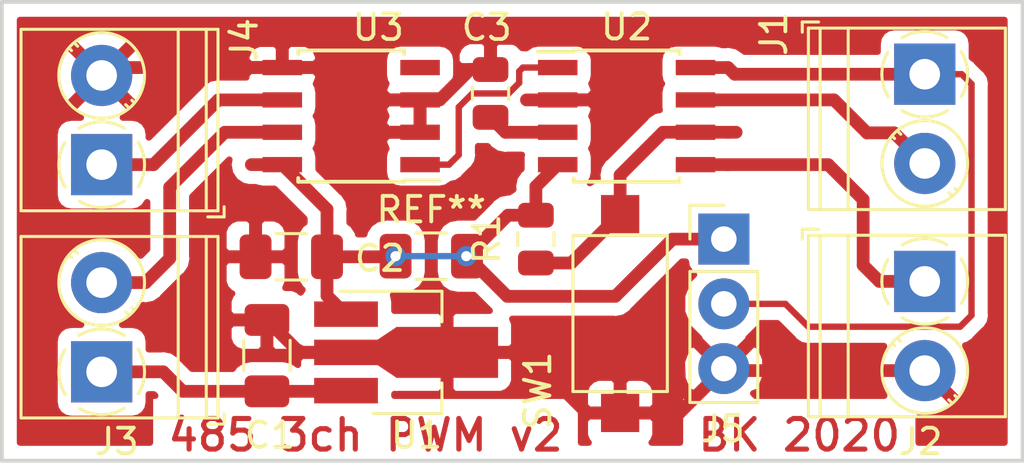
<source format=kicad_pcb>
(kicad_pcb (version 20171130) (host pcbnew 5.0.2-bee76a0~70~ubuntu16.04.1)

  (general
    (thickness 1.6)
    (drawings 6)
    (tracks 100)
    (zones 0)
    (modules 14)
    (nets 12)
  )

  (page User 210.007 148.006)
  (layers
    (0 F.Cu signal)
    (31 B.Cu signal)
    (32 B.Adhes user)
    (33 F.Adhes user)
    (34 B.Paste user)
    (35 F.Paste user)
    (36 B.SilkS user)
    (37 F.SilkS user)
    (38 B.Mask user)
    (39 F.Mask user)
    (40 Dwgs.User user)
    (41 Cmts.User user)
    (42 Eco1.User user)
    (43 Eco2.User user)
    (44 Edge.Cuts user)
    (45 Margin user)
    (46 B.CrtYd user)
    (47 F.CrtYd user)
    (48 B.Fab user)
    (49 F.Fab user)
  )

  (setup
    (last_trace_width 0.5)
    (user_trace_width 0.25)
    (user_trace_width 0.5)
    (trace_clearance 0.3)
    (zone_clearance 0.508)
    (zone_45_only no)
    (trace_min 0.2)
    (segment_width 0.2)
    (edge_width 0.15)
    (via_size 0.8)
    (via_drill 0.4)
    (via_min_size 0.4)
    (via_min_drill 0.3)
    (uvia_size 0.3)
    (uvia_drill 0.1)
    (uvias_allowed no)
    (uvia_min_size 0.2)
    (uvia_min_drill 0.1)
    (pcb_text_width 0.3)
    (pcb_text_size 1.5 1.5)
    (mod_edge_width 0.15)
    (mod_text_size 1 1)
    (mod_text_width 0.15)
    (pad_size 2 2)
    (pad_drill 1)
    (pad_to_mask_clearance 0.051)
    (solder_mask_min_width 0.25)
    (aux_axis_origin 0 0)
    (visible_elements FFFFFF7F)
    (pcbplotparams
      (layerselection 0x00000_7fffffff)
      (usegerberextensions false)
      (usegerberattributes false)
      (usegerberadvancedattributes false)
      (creategerberjobfile false)
      (excludeedgelayer false)
      (linewidth 0.100000)
      (plotframeref false)
      (viasonmask false)
      (mode 1)
      (useauxorigin false)
      (hpglpennumber 1)
      (hpglpenspeed 20)
      (hpglpendiameter 15.000000)
      (psnegative false)
      (psa4output false)
      (plotreference false)
      (plotvalue false)
      (plotinvisibletext false)
      (padsonsilk true)
      (subtractmaskfromsilk false)
      (outputformat 4)
      (mirror true)
      (drillshape 1)
      (scaleselection 1)
      (outputdirectory ""))
  )

  (net 0 "")
  (net 1 GND)
  (net 2 VCC)
  (net 3 +5V)
  (net 4 "Net-(C3-Pad1)")
  (net 5 /PWM1)
  (net 6 /SWIM_PWM2)
  (net 7 /BTN)
  (net 8 /PWM3)
  (net 9 /485_Rx)
  (net 10 /A)
  (net 11 /B)

  (net_class Default "This is the default net class."
    (clearance 0.3)
    (trace_width 0.5)
    (via_dia 0.8)
    (via_drill 0.4)
    (uvia_dia 0.3)
    (uvia_drill 0.1)
    (add_net +5V)
    (add_net /485_Rx)
    (add_net /A)
    (add_net /B)
    (add_net /BTN)
    (add_net /PWM1)
    (add_net /PWM3)
    (add_net /SWIM_PWM2)
    (add_net GND)
    (add_net "Net-(C3-Pad1)")
    (add_net VCC)
  )

  (module KiCad/kicad-footprints/Capacitor_SMD.pretty:C_1206_3216Metric (layer F.Cu) (tedit 5B301BBE) (tstamp 5FB4CD07)
    (at 87.386 65.878 90)
    (descr "Capacitor SMD 1206 (3216 Metric), square (rectangular) end terminal, IPC_7351 nominal, (Body size source: http://www.tortai-tech.com/upload/download/2011102023233369053.pdf), generated with kicad-footprint-generator")
    (tags capacitor)
    (path /5FB3C824)
    (attr smd)
    (fp_text reference C1 (at -3.122 0.114 180) (layer F.SilkS)
      (effects (font (size 1 1) (thickness 0.15)))
    )
    (fp_text value 10u (at 0 1.82 90) (layer F.Fab)
      (effects (font (size 1 1) (thickness 0.15)))
    )
    (fp_text user %R (at 0 0 90) (layer F.Fab)
      (effects (font (size 0.8 0.8) (thickness 0.12)))
    )
    (fp_line (start 2.28 1.12) (end -2.28 1.12) (layer F.CrtYd) (width 0.05))
    (fp_line (start 2.28 -1.12) (end 2.28 1.12) (layer F.CrtYd) (width 0.05))
    (fp_line (start -2.28 -1.12) (end 2.28 -1.12) (layer F.CrtYd) (width 0.05))
    (fp_line (start -2.28 1.12) (end -2.28 -1.12) (layer F.CrtYd) (width 0.05))
    (fp_line (start -0.602064 0.91) (end 0.602064 0.91) (layer F.SilkS) (width 0.12))
    (fp_line (start -0.602064 -0.91) (end 0.602064 -0.91) (layer F.SilkS) (width 0.12))
    (fp_line (start 1.6 0.8) (end -1.6 0.8) (layer F.Fab) (width 0.1))
    (fp_line (start 1.6 -0.8) (end 1.6 0.8) (layer F.Fab) (width 0.1))
    (fp_line (start -1.6 -0.8) (end 1.6 -0.8) (layer F.Fab) (width 0.1))
    (fp_line (start -1.6 0.8) (end -1.6 -0.8) (layer F.Fab) (width 0.1))
    (pad 2 smd roundrect (at 1.4 0 90) (size 1.25 1.75) (layers F.Cu F.Paste F.Mask) (roundrect_rratio 0.2)
      (net 1 GND))
    (pad 1 smd roundrect (at -1.4 0 90) (size 1.25 1.75) (layers F.Cu F.Paste F.Mask) (roundrect_rratio 0.2)
      (net 2 VCC))
    (model ${KISYS3DMOD}/Capacitor_SMD.3dshapes/C_1206_3216Metric.wrl
      (at (xyz 0 0 0))
      (scale (xyz 1 1 1))
      (rotate (xyz 0 0 0))
    )
  )

  (module KiCad/kicad-footprints/Capacitor_SMD.pretty:C_1206_3216Metric (layer F.Cu) (tedit 5B301BBE) (tstamp 5FB4CD18)
    (at 88.3412 62 180)
    (descr "Capacitor SMD 1206 (3216 Metric), square (rectangular) end terminal, IPC_7351 nominal, (Body size source: http://www.tortai-tech.com/upload/download/2011102023233369053.pdf), generated with kicad-footprint-generator")
    (tags capacitor)
    (path /5FB3C81D)
    (attr smd)
    (fp_text reference C2 (at -3.471 -0.063 180) (layer F.SilkS)
      (effects (font (size 1 1) (thickness 0.15)))
    )
    (fp_text value 10u (at 0 1.82 180) (layer F.Fab)
      (effects (font (size 1 1) (thickness 0.15)))
    )
    (fp_line (start -1.6 0.8) (end -1.6 -0.8) (layer F.Fab) (width 0.1))
    (fp_line (start -1.6 -0.8) (end 1.6 -0.8) (layer F.Fab) (width 0.1))
    (fp_line (start 1.6 -0.8) (end 1.6 0.8) (layer F.Fab) (width 0.1))
    (fp_line (start 1.6 0.8) (end -1.6 0.8) (layer F.Fab) (width 0.1))
    (fp_line (start -0.602064 -0.91) (end 0.602064 -0.91) (layer F.SilkS) (width 0.12))
    (fp_line (start -0.602064 0.91) (end 0.602064 0.91) (layer F.SilkS) (width 0.12))
    (fp_line (start -2.28 1.12) (end -2.28 -1.12) (layer F.CrtYd) (width 0.05))
    (fp_line (start -2.28 -1.12) (end 2.28 -1.12) (layer F.CrtYd) (width 0.05))
    (fp_line (start 2.28 -1.12) (end 2.28 1.12) (layer F.CrtYd) (width 0.05))
    (fp_line (start 2.28 1.12) (end -2.28 1.12) (layer F.CrtYd) (width 0.05))
    (fp_text user %R (at 0 0 180) (layer F.Fab)
      (effects (font (size 0.8 0.8) (thickness 0.12)))
    )
    (pad 1 smd roundrect (at -1.4 0 180) (size 1.25 1.75) (layers F.Cu F.Paste F.Mask) (roundrect_rratio 0.2)
      (net 3 +5V))
    (pad 2 smd roundrect (at 1.4 0 180) (size 1.25 1.75) (layers F.Cu F.Paste F.Mask) (roundrect_rratio 0.2)
      (net 1 GND))
    (model ${KISYS3DMOD}/Capacitor_SMD.3dshapes/C_1206_3216Metric.wrl
      (at (xyz 0 0 0))
      (scale (xyz 1 1 1))
      (rotate (xyz 0 0 0))
    )
  )

  (module KiCad/kicad-footprints/Capacitor_SMD.pretty:C_0805_2012Metric (layer F.Cu) (tedit 5B36C52B) (tstamp 5FB4CD29)
    (at 96.149 55.591 90)
    (descr "Capacitor SMD 0805 (2012 Metric), square (rectangular) end terminal, IPC_7351 nominal, (Body size source: https://docs.google.com/spreadsheets/d/1BsfQQcO9C6DZCsRaXUlFlo91Tg2WpOkGARC1WS5S8t0/edit?usp=sharing), generated with kicad-footprint-generator")
    (tags capacitor)
    (path /5FB3C77A)
    (attr smd)
    (fp_text reference C3 (at 2.591 -0.149 180) (layer F.SilkS)
      (effects (font (size 1 1) (thickness 0.15)))
    )
    (fp_text value 1u (at 0 1.65 90) (layer F.Fab)
      (effects (font (size 1 1) (thickness 0.15)))
    )
    (fp_line (start -1 0.6) (end -1 -0.6) (layer F.Fab) (width 0.1))
    (fp_line (start -1 -0.6) (end 1 -0.6) (layer F.Fab) (width 0.1))
    (fp_line (start 1 -0.6) (end 1 0.6) (layer F.Fab) (width 0.1))
    (fp_line (start 1 0.6) (end -1 0.6) (layer F.Fab) (width 0.1))
    (fp_line (start -0.258578 -0.71) (end 0.258578 -0.71) (layer F.SilkS) (width 0.12))
    (fp_line (start -0.258578 0.71) (end 0.258578 0.71) (layer F.SilkS) (width 0.12))
    (fp_line (start -1.68 0.95) (end -1.68 -0.95) (layer F.CrtYd) (width 0.05))
    (fp_line (start -1.68 -0.95) (end 1.68 -0.95) (layer F.CrtYd) (width 0.05))
    (fp_line (start 1.68 -0.95) (end 1.68 0.95) (layer F.CrtYd) (width 0.05))
    (fp_line (start 1.68 0.95) (end -1.68 0.95) (layer F.CrtYd) (width 0.05))
    (fp_text user %R (at 0 0 90) (layer F.Fab)
      (effects (font (size 0.5 0.5) (thickness 0.08)))
    )
    (pad 1 smd roundrect (at -0.9375 0 90) (size 0.975 1.4) (layers F.Cu F.Paste F.Mask) (roundrect_rratio 0.25)
      (net 4 "Net-(C3-Pad1)"))
    (pad 2 smd roundrect (at 0.9375 0 90) (size 0.975 1.4) (layers F.Cu F.Paste F.Mask) (roundrect_rratio 0.25)
      (net 1 GND))
    (model ${KISYS3DMOD}/Capacitor_SMD.3dshapes/C_0805_2012Metric.wrl
      (at (xyz 0 0 0))
      (scale (xyz 1 1 1))
      (rotate (xyz 0 0 0))
    )
  )

  (module KiCad/kicad-footprints/TerminalBlock_Phoenix.pretty:TerminalBlock_Phoenix_PT-1,5-2-3.5-H_1x02_P3.50mm_Horizontal (layer F.Cu) (tedit 5B294F3F) (tstamp 5FB4DFEA)
    (at 113.167 54.837 270)
    (descr "Terminal Block Phoenix PT-1,5-2-3.5-H, 2 pins, pitch 3.5mm, size 7x7.6mm^2, drill diamater 1.2mm, pad diameter 2.4mm, see , script-generated using https://github.com/pointhi/kicad-footprint-generator/scripts/TerminalBlock_Phoenix")
    (tags "THT Terminal Block Phoenix PT-1,5-2-3.5-H pitch 3.5mm size 7x7.6mm^2 drill 1.2mm pad 2.4mm")
    (path /5FB482CA)
    (fp_text reference J1 (at -1.587 5.917 270) (layer F.SilkS)
      (effects (font (size 1 1) (thickness 0.15)))
    )
    (fp_text value PWM1 (at 1.75 5.56 270) (layer F.Fab)
      (effects (font (size 1 1) (thickness 0.15)))
    )
    (fp_arc (start 0 0) (end 0 1.68) (angle -32) (layer F.SilkS) (width 0.12))
    (fp_arc (start 0 0) (end 1.425 0.891) (angle -64) (layer F.SilkS) (width 0.12))
    (fp_arc (start 0 0) (end 0.866 -1.44) (angle -63) (layer F.SilkS) (width 0.12))
    (fp_arc (start 0 0) (end -1.44 -0.866) (angle -63) (layer F.SilkS) (width 0.12))
    (fp_arc (start 0 0) (end -0.866 1.44) (angle -32) (layer F.SilkS) (width 0.12))
    (fp_circle (center 0 0) (end 1.5 0) (layer F.Fab) (width 0.1))
    (fp_circle (center 3.5 0) (end 5 0) (layer F.Fab) (width 0.1))
    (fp_circle (center 3.5 0) (end 5.18 0) (layer F.SilkS) (width 0.12))
    (fp_line (start -1.75 -3.1) (end 5.25 -3.1) (layer F.Fab) (width 0.1))
    (fp_line (start 5.25 -3.1) (end 5.25 4.5) (layer F.Fab) (width 0.1))
    (fp_line (start 5.25 4.5) (end -1.35 4.5) (layer F.Fab) (width 0.1))
    (fp_line (start -1.35 4.5) (end -1.75 4.1) (layer F.Fab) (width 0.1))
    (fp_line (start -1.75 4.1) (end -1.75 -3.1) (layer F.Fab) (width 0.1))
    (fp_line (start -1.75 4.1) (end 5.25 4.1) (layer F.Fab) (width 0.1))
    (fp_line (start -1.81 4.1) (end 5.31 4.1) (layer F.SilkS) (width 0.12))
    (fp_line (start -1.75 3) (end 5.25 3) (layer F.Fab) (width 0.1))
    (fp_line (start -1.81 3) (end 5.31 3) (layer F.SilkS) (width 0.12))
    (fp_line (start -1.81 -3.16) (end 5.31 -3.16) (layer F.SilkS) (width 0.12))
    (fp_line (start -1.81 4.56) (end 5.31 4.56) (layer F.SilkS) (width 0.12))
    (fp_line (start -1.81 -3.16) (end -1.81 4.56) (layer F.SilkS) (width 0.12))
    (fp_line (start 5.31 -3.16) (end 5.31 4.56) (layer F.SilkS) (width 0.12))
    (fp_line (start 1.138 -0.955) (end -0.955 1.138) (layer F.Fab) (width 0.1))
    (fp_line (start 0.955 -1.138) (end -1.138 0.955) (layer F.Fab) (width 0.1))
    (fp_line (start 4.638 -0.955) (end 2.546 1.138) (layer F.Fab) (width 0.1))
    (fp_line (start 4.455 -1.138) (end 2.363 0.955) (layer F.Fab) (width 0.1))
    (fp_line (start 4.775 -1.069) (end 4.646 -0.941) (layer F.SilkS) (width 0.12))
    (fp_line (start 2.525 1.181) (end 2.431 1.274) (layer F.SilkS) (width 0.12))
    (fp_line (start 4.57 -1.275) (end 4.476 -1.181) (layer F.SilkS) (width 0.12))
    (fp_line (start 2.355 0.941) (end 2.226 1.069) (layer F.SilkS) (width 0.12))
    (fp_line (start -2.05 4.16) (end -2.05 4.8) (layer F.SilkS) (width 0.12))
    (fp_line (start -2.05 4.8) (end -1.65 4.8) (layer F.SilkS) (width 0.12))
    (fp_line (start -2.25 -3.6) (end -2.25 5) (layer F.CrtYd) (width 0.05))
    (fp_line (start -2.25 5) (end 5.75 5) (layer F.CrtYd) (width 0.05))
    (fp_line (start 5.75 5) (end 5.75 -3.6) (layer F.CrtYd) (width 0.05))
    (fp_line (start 5.75 -3.6) (end -2.25 -3.6) (layer F.CrtYd) (width 0.05))
    (fp_text user %R (at 1.75 2.4 270) (layer F.Fab)
      (effects (font (size 1 1) (thickness 0.15)))
    )
    (pad 1 thru_hole rect (at 0 0 270) (size 2.4 2.4) (drill 1.2) (layers *.Cu *.Mask)
      (net 6 /SWIM_PWM2))
    (pad 2 thru_hole circle (at 3.5 0 270) (size 2.4 2.4) (drill 1.2) (layers *.Cu *.Mask)
      (net 5 /PWM1))
    (model ${KISYS3DMOD}/TerminalBlock_Phoenix.3dshapes/TerminalBlock_Phoenix_PT-1,5-2-3.5-H_1x02_P3.50mm_Horizontal.wrl
      (at (xyz 0 0 0))
      (scale (xyz 1 1 1))
      (rotate (xyz 0 0 0))
    )
  )

  (module KiCad/kicad-footprints/TerminalBlock_Phoenix.pretty:TerminalBlock_Phoenix_PT-1,5-2-3.5-H_1x02_P3.50mm_Horizontal (layer F.Cu) (tedit 5B294F3F) (tstamp 5FB4E06B)
    (at 113.167 62.965 270)
    (descr "Terminal Block Phoenix PT-1,5-2-3.5-H, 2 pins, pitch 3.5mm, size 7x7.6mm^2, drill diamater 1.2mm, pad diameter 2.4mm, see , script-generated using https://github.com/pointhi/kicad-footprint-generator/scripts/TerminalBlock_Phoenix")
    (tags "THT Terminal Block Phoenix PT-1,5-2-3.5-H pitch 3.5mm size 7x7.6mm^2 drill 1.2mm pad 2.4mm")
    (path /5FB48374)
    (fp_text reference J2 (at 6.285 0.167) (layer F.SilkS)
      (effects (font (size 1 1) (thickness 0.15)))
    )
    (fp_text value PWM2 (at 1.75 5.56 270) (layer F.Fab)
      (effects (font (size 1 1) (thickness 0.15)))
    )
    (fp_text user %R (at 1.75 2.4 270) (layer F.Fab)
      (effects (font (size 1 1) (thickness 0.15)))
    )
    (fp_line (start 5.75 -3.6) (end -2.25 -3.6) (layer F.CrtYd) (width 0.05))
    (fp_line (start 5.75 5) (end 5.75 -3.6) (layer F.CrtYd) (width 0.05))
    (fp_line (start -2.25 5) (end 5.75 5) (layer F.CrtYd) (width 0.05))
    (fp_line (start -2.25 -3.6) (end -2.25 5) (layer F.CrtYd) (width 0.05))
    (fp_line (start -2.05 4.8) (end -1.65 4.8) (layer F.SilkS) (width 0.12))
    (fp_line (start -2.05 4.16) (end -2.05 4.8) (layer F.SilkS) (width 0.12))
    (fp_line (start 2.355 0.941) (end 2.226 1.069) (layer F.SilkS) (width 0.12))
    (fp_line (start 4.57 -1.275) (end 4.476 -1.181) (layer F.SilkS) (width 0.12))
    (fp_line (start 2.525 1.181) (end 2.431 1.274) (layer F.SilkS) (width 0.12))
    (fp_line (start 4.775 -1.069) (end 4.646 -0.941) (layer F.SilkS) (width 0.12))
    (fp_line (start 4.455 -1.138) (end 2.363 0.955) (layer F.Fab) (width 0.1))
    (fp_line (start 4.638 -0.955) (end 2.546 1.138) (layer F.Fab) (width 0.1))
    (fp_line (start 0.955 -1.138) (end -1.138 0.955) (layer F.Fab) (width 0.1))
    (fp_line (start 1.138 -0.955) (end -0.955 1.138) (layer F.Fab) (width 0.1))
    (fp_line (start 5.31 -3.16) (end 5.31 4.56) (layer F.SilkS) (width 0.12))
    (fp_line (start -1.81 -3.16) (end -1.81 4.56) (layer F.SilkS) (width 0.12))
    (fp_line (start -1.81 4.56) (end 5.31 4.56) (layer F.SilkS) (width 0.12))
    (fp_line (start -1.81 -3.16) (end 5.31 -3.16) (layer F.SilkS) (width 0.12))
    (fp_line (start -1.81 3) (end 5.31 3) (layer F.SilkS) (width 0.12))
    (fp_line (start -1.75 3) (end 5.25 3) (layer F.Fab) (width 0.1))
    (fp_line (start -1.81 4.1) (end 5.31 4.1) (layer F.SilkS) (width 0.12))
    (fp_line (start -1.75 4.1) (end 5.25 4.1) (layer F.Fab) (width 0.1))
    (fp_line (start -1.75 4.1) (end -1.75 -3.1) (layer F.Fab) (width 0.1))
    (fp_line (start -1.35 4.5) (end -1.75 4.1) (layer F.Fab) (width 0.1))
    (fp_line (start 5.25 4.5) (end -1.35 4.5) (layer F.Fab) (width 0.1))
    (fp_line (start 5.25 -3.1) (end 5.25 4.5) (layer F.Fab) (width 0.1))
    (fp_line (start -1.75 -3.1) (end 5.25 -3.1) (layer F.Fab) (width 0.1))
    (fp_circle (center 3.5 0) (end 5.18 0) (layer F.SilkS) (width 0.12))
    (fp_circle (center 3.5 0) (end 5 0) (layer F.Fab) (width 0.1))
    (fp_circle (center 0 0) (end 1.5 0) (layer F.Fab) (width 0.1))
    (fp_arc (start 0 0) (end -0.866 1.44) (angle -32) (layer F.SilkS) (width 0.12))
    (fp_arc (start 0 0) (end -1.44 -0.866) (angle -63) (layer F.SilkS) (width 0.12))
    (fp_arc (start 0 0) (end 0.866 -1.44) (angle -63) (layer F.SilkS) (width 0.12))
    (fp_arc (start 0 0) (end 1.425 0.891) (angle -64) (layer F.SilkS) (width 0.12))
    (fp_arc (start 0 0) (end 0 1.68) (angle -32) (layer F.SilkS) (width 0.12))
    (pad 2 thru_hole circle (at 3.5 0 270) (size 2.4 2.4) (drill 1.2) (layers *.Cu *.Mask)
      (net 1 GND))
    (pad 1 thru_hole rect (at 0 0 270) (size 2.4 2.4) (drill 1.2) (layers *.Cu *.Mask)
      (net 8 /PWM3))
    (model ${KISYS3DMOD}/TerminalBlock_Phoenix.3dshapes/TerminalBlock_Phoenix_PT-1,5-2-3.5-H_1x02_P3.50mm_Horizontal.wrl
      (at (xyz 0 0 0))
      (scale (xyz 1 1 1))
      (rotate (xyz 0 0 0))
    )
  )

  (module KiCad/kicad-footprints/TerminalBlock_Phoenix.pretty:TerminalBlock_Phoenix_PT-1,5-2-3.5-H_1x02_P3.50mm_Horizontal (layer F.Cu) (tedit 5B294F3F) (tstamp 5FB4CDA7)
    (at 80.909 66.513 90)
    (descr "Terminal Block Phoenix PT-1,5-2-3.5-H, 2 pins, pitch 3.5mm, size 7x7.6mm^2, drill diamater 1.2mm, pad diameter 2.4mm, see , script-generated using https://github.com/pointhi/kicad-footprint-generator/scripts/TerminalBlock_Phoenix")
    (tags "THT Terminal Block Phoenix PT-1,5-2-3.5-H pitch 3.5mm size 7x7.6mm^2 drill 1.2mm pad 2.4mm")
    (path /5FB47751)
    (fp_text reference J3 (at -2.737 0.591 180) (layer F.SilkS)
      (effects (font (size 1 1) (thickness 0.15)))
    )
    (fp_text value In1 (at 1.75 5.56 90) (layer F.Fab)
      (effects (font (size 1 1) (thickness 0.15)))
    )
    (fp_arc (start 0 0) (end 0 1.68) (angle -32) (layer F.SilkS) (width 0.12))
    (fp_arc (start 0 0) (end 1.425 0.891) (angle -64) (layer F.SilkS) (width 0.12))
    (fp_arc (start 0 0) (end 0.866 -1.44) (angle -63) (layer F.SilkS) (width 0.12))
    (fp_arc (start 0 0) (end -1.44 -0.866) (angle -63) (layer F.SilkS) (width 0.12))
    (fp_arc (start 0 0) (end -0.866 1.44) (angle -32) (layer F.SilkS) (width 0.12))
    (fp_circle (center 0 0) (end 1.5 0) (layer F.Fab) (width 0.1))
    (fp_circle (center 3.5 0) (end 5 0) (layer F.Fab) (width 0.1))
    (fp_circle (center 3.5 0) (end 5.18 0) (layer F.SilkS) (width 0.12))
    (fp_line (start -1.75 -3.1) (end 5.25 -3.1) (layer F.Fab) (width 0.1))
    (fp_line (start 5.25 -3.1) (end 5.25 4.5) (layer F.Fab) (width 0.1))
    (fp_line (start 5.25 4.5) (end -1.35 4.5) (layer F.Fab) (width 0.1))
    (fp_line (start -1.35 4.5) (end -1.75 4.1) (layer F.Fab) (width 0.1))
    (fp_line (start -1.75 4.1) (end -1.75 -3.1) (layer F.Fab) (width 0.1))
    (fp_line (start -1.75 4.1) (end 5.25 4.1) (layer F.Fab) (width 0.1))
    (fp_line (start -1.81 4.1) (end 5.31 4.1) (layer F.SilkS) (width 0.12))
    (fp_line (start -1.75 3) (end 5.25 3) (layer F.Fab) (width 0.1))
    (fp_line (start -1.81 3) (end 5.31 3) (layer F.SilkS) (width 0.12))
    (fp_line (start -1.81 -3.16) (end 5.31 -3.16) (layer F.SilkS) (width 0.12))
    (fp_line (start -1.81 4.56) (end 5.31 4.56) (layer F.SilkS) (width 0.12))
    (fp_line (start -1.81 -3.16) (end -1.81 4.56) (layer F.SilkS) (width 0.12))
    (fp_line (start 5.31 -3.16) (end 5.31 4.56) (layer F.SilkS) (width 0.12))
    (fp_line (start 1.138 -0.955) (end -0.955 1.138) (layer F.Fab) (width 0.1))
    (fp_line (start 0.955 -1.138) (end -1.138 0.955) (layer F.Fab) (width 0.1))
    (fp_line (start 4.638 -0.955) (end 2.546 1.138) (layer F.Fab) (width 0.1))
    (fp_line (start 4.455 -1.138) (end 2.363 0.955) (layer F.Fab) (width 0.1))
    (fp_line (start 4.775 -1.069) (end 4.646 -0.941) (layer F.SilkS) (width 0.12))
    (fp_line (start 2.525 1.181) (end 2.431 1.274) (layer F.SilkS) (width 0.12))
    (fp_line (start 4.57 -1.275) (end 4.476 -1.181) (layer F.SilkS) (width 0.12))
    (fp_line (start 2.355 0.941) (end 2.226 1.069) (layer F.SilkS) (width 0.12))
    (fp_line (start -2.05 4.16) (end -2.05 4.8) (layer F.SilkS) (width 0.12))
    (fp_line (start -2.05 4.8) (end -1.65 4.8) (layer F.SilkS) (width 0.12))
    (fp_line (start -2.25 -3.6) (end -2.25 5) (layer F.CrtYd) (width 0.05))
    (fp_line (start -2.25 5) (end 5.75 5) (layer F.CrtYd) (width 0.05))
    (fp_line (start 5.75 5) (end 5.75 -3.6) (layer F.CrtYd) (width 0.05))
    (fp_line (start 5.75 -3.6) (end -2.25 -3.6) (layer F.CrtYd) (width 0.05))
    (fp_text user %R (at 1.75 2.4 90) (layer F.Fab)
      (effects (font (size 1 1) (thickness 0.15)))
    )
    (pad 1 thru_hole rect (at 0 0 90) (size 2.4 2.4) (drill 1.2) (layers *.Cu *.Mask)
      (net 2 VCC))
    (pad 2 thru_hole circle (at 3.5 0 90) (size 2.4 2.4) (drill 1.2) (layers *.Cu *.Mask)
      (net 11 /B))
    (model ${KISYS3DMOD}/TerminalBlock_Phoenix.3dshapes/TerminalBlock_Phoenix_PT-1,5-2-3.5-H_1x02_P3.50mm_Horizontal.wrl
      (at (xyz 0 0 0))
      (scale (xyz 1 1 1))
      (rotate (xyz 0 0 0))
    )
  )

  (module KiCad/kicad-footprints/TerminalBlock_Phoenix.pretty:TerminalBlock_Phoenix_PT-1,5-2-3.5-H_1x02_P3.50mm_Horizontal (layer F.Cu) (tedit 5B294F3F) (tstamp 5FB4CDD1)
    (at 80.909 58.385 90)
    (descr "Terminal Block Phoenix PT-1,5-2-3.5-H, 2 pins, pitch 3.5mm, size 7x7.6mm^2, drill diamater 1.2mm, pad diameter 2.4mm, see , script-generated using https://github.com/pointhi/kicad-footprint-generator/scripts/TerminalBlock_Phoenix")
    (tags "THT Terminal Block Phoenix PT-1,5-2-3.5-H pitch 3.5mm size 7x7.6mm^2 drill 1.2mm pad 2.4mm")
    (path /5FB48142)
    (fp_text reference J4 (at 4.885 5.591 90) (layer F.SilkS)
      (effects (font (size 1 1) (thickness 0.15)))
    )
    (fp_text value In2 (at 1.75 5.56 90) (layer F.Fab)
      (effects (font (size 1 1) (thickness 0.15)))
    )
    (fp_text user %R (at 1.75 2.4 90) (layer F.Fab)
      (effects (font (size 1 1) (thickness 0.15)))
    )
    (fp_line (start 5.75 -3.6) (end -2.25 -3.6) (layer F.CrtYd) (width 0.05))
    (fp_line (start 5.75 5) (end 5.75 -3.6) (layer F.CrtYd) (width 0.05))
    (fp_line (start -2.25 5) (end 5.75 5) (layer F.CrtYd) (width 0.05))
    (fp_line (start -2.25 -3.6) (end -2.25 5) (layer F.CrtYd) (width 0.05))
    (fp_line (start -2.05 4.8) (end -1.65 4.8) (layer F.SilkS) (width 0.12))
    (fp_line (start -2.05 4.16) (end -2.05 4.8) (layer F.SilkS) (width 0.12))
    (fp_line (start 2.355 0.941) (end 2.226 1.069) (layer F.SilkS) (width 0.12))
    (fp_line (start 4.57 -1.275) (end 4.476 -1.181) (layer F.SilkS) (width 0.12))
    (fp_line (start 2.525 1.181) (end 2.431 1.274) (layer F.SilkS) (width 0.12))
    (fp_line (start 4.775 -1.069) (end 4.646 -0.941) (layer F.SilkS) (width 0.12))
    (fp_line (start 4.455 -1.138) (end 2.363 0.955) (layer F.Fab) (width 0.1))
    (fp_line (start 4.638 -0.955) (end 2.546 1.138) (layer F.Fab) (width 0.1))
    (fp_line (start 0.955 -1.138) (end -1.138 0.955) (layer F.Fab) (width 0.1))
    (fp_line (start 1.138 -0.955) (end -0.955 1.138) (layer F.Fab) (width 0.1))
    (fp_line (start 5.31 -3.16) (end 5.31 4.56) (layer F.SilkS) (width 0.12))
    (fp_line (start -1.81 -3.16) (end -1.81 4.56) (layer F.SilkS) (width 0.12))
    (fp_line (start -1.81 4.56) (end 5.31 4.56) (layer F.SilkS) (width 0.12))
    (fp_line (start -1.81 -3.16) (end 5.31 -3.16) (layer F.SilkS) (width 0.12))
    (fp_line (start -1.81 3) (end 5.31 3) (layer F.SilkS) (width 0.12))
    (fp_line (start -1.75 3) (end 5.25 3) (layer F.Fab) (width 0.1))
    (fp_line (start -1.81 4.1) (end 5.31 4.1) (layer F.SilkS) (width 0.12))
    (fp_line (start -1.75 4.1) (end 5.25 4.1) (layer F.Fab) (width 0.1))
    (fp_line (start -1.75 4.1) (end -1.75 -3.1) (layer F.Fab) (width 0.1))
    (fp_line (start -1.35 4.5) (end -1.75 4.1) (layer F.Fab) (width 0.1))
    (fp_line (start 5.25 4.5) (end -1.35 4.5) (layer F.Fab) (width 0.1))
    (fp_line (start 5.25 -3.1) (end 5.25 4.5) (layer F.Fab) (width 0.1))
    (fp_line (start -1.75 -3.1) (end 5.25 -3.1) (layer F.Fab) (width 0.1))
    (fp_circle (center 3.5 0) (end 5.18 0) (layer F.SilkS) (width 0.12))
    (fp_circle (center 3.5 0) (end 5 0) (layer F.Fab) (width 0.1))
    (fp_circle (center 0 0) (end 1.5 0) (layer F.Fab) (width 0.1))
    (fp_arc (start 0 0) (end -0.866 1.44) (angle -32) (layer F.SilkS) (width 0.12))
    (fp_arc (start 0 0) (end -1.44 -0.866) (angle -63) (layer F.SilkS) (width 0.12))
    (fp_arc (start 0 0) (end 0.866 -1.44) (angle -63) (layer F.SilkS) (width 0.12))
    (fp_arc (start 0 0) (end 1.425 0.891) (angle -64) (layer F.SilkS) (width 0.12))
    (fp_arc (start 0 0) (end 0 1.68) (angle -32) (layer F.SilkS) (width 0.12))
    (pad 2 thru_hole circle (at 3.5 0 90) (size 2.4 2.4) (drill 1.2) (layers *.Cu *.Mask)
      (net 1 GND))
    (pad 1 thru_hole rect (at 0 0 90) (size 2.4 2.4) (drill 1.2) (layers *.Cu *.Mask)
      (net 10 /A))
    (model ${KISYS3DMOD}/TerminalBlock_Phoenix.3dshapes/TerminalBlock_Phoenix_PT-1,5-2-3.5-H_1x02_P3.50mm_Horizontal.wrl
      (at (xyz 0 0 0))
      (scale (xyz 1 1 1))
      (rotate (xyz 0 0 0))
    )
  )

  (module KiCad/kicad-footprints/Connector_PinHeader_2.54mm.pretty:PinHeader_1x03_P2.54mm_Vertical (layer F.Cu) (tedit 5FC22041) (tstamp 5FB4CDE8)
    (at 105.293 61.306)
    (descr "Through hole straight pin header, 1x03, 2.54mm pitch, single row")
    (tags "Through hole pin header THT 1x03 2.54mm single row")
    (path /5FB4B627)
    (fp_text reference J5 (at -0.043 7.444) (layer F.SilkS)
      (effects (font (size 1 1) (thickness 0.15)))
    )
    (fp_text value SWIM (at 0 7.41) (layer F.Fab)
      (effects (font (size 1 1) (thickness 0.15)))
    )
    (fp_line (start -0.635 -1.27) (end 1.27 -1.27) (layer F.Fab) (width 0.1))
    (fp_line (start 1.27 -1.27) (end 1.27 6.35) (layer F.Fab) (width 0.1))
    (fp_line (start 1.27 6.35) (end -1.27 6.35) (layer F.Fab) (width 0.1))
    (fp_line (start -1.27 6.35) (end -1.27 -0.635) (layer F.Fab) (width 0.1))
    (fp_line (start -1.27 -0.635) (end -0.635 -1.27) (layer F.Fab) (width 0.1))
    (fp_line (start -1.33 6.41) (end 1.33 6.41) (layer F.SilkS) (width 0.12))
    (fp_line (start -1.33 1.27) (end -1.33 6.41) (layer F.SilkS) (width 0.12))
    (fp_line (start 1.33 1.27) (end 1.33 6.41) (layer F.SilkS) (width 0.12))
    (fp_line (start -1.33 1.27) (end 1.33 1.27) (layer F.SilkS) (width 0.12))
    (fp_line (start -1.33 0) (end -1.33 -1.33) (layer F.SilkS) (width 0.12))
    (fp_line (start -1.33 -1.33) (end 0 -1.33) (layer F.SilkS) (width 0.12))
    (fp_line (start -1.8 -1.8) (end -1.8 6.85) (layer F.CrtYd) (width 0.05))
    (fp_line (start -1.8 6.85) (end 1.8 6.85) (layer F.CrtYd) (width 0.05))
    (fp_line (start 1.8 6.85) (end 1.8 -1.8) (layer F.CrtYd) (width 0.05))
    (fp_line (start 1.8 -1.8) (end -1.8 -1.8) (layer F.CrtYd) (width 0.05))
    (fp_text user %R (at 0 2.54 90) (layer F.Fab)
      (effects (font (size 1 1) (thickness 0.15)))
    )
    (pad 1 thru_hole rect (at 0 0) (size 2 2) (drill 1) (layers *.Cu *.Mask)
      (net 3 +5V))
    (pad 2 thru_hole circle (at 0 2.54) (size 2 2) (drill 1) (layers *.Cu *.Mask)
      (net 6 /SWIM_PWM2))
    (pad 3 thru_hole circle (at 0 5.08) (size 2 2) (drill 1) (layers *.Cu *.Mask)
      (net 1 GND))
    (model ${KISYS3DMOD}/Connector_PinHeader_2.54mm.3dshapes/PinHeader_1x03_P2.54mm_Vertical.wrl
      (at (xyz 0 0 0))
      (scale (xyz 1 1 1))
      (rotate (xyz 0 0 0))
    )
  )

  (module KiCad/kicad-footprints/Resistor_SMD.pretty:R_0805_2012Metric (layer F.Cu) (tedit 5B36C52B) (tstamp 5FB4CDF9)
    (at 97.927 61.306 270)
    (descr "Resistor SMD 0805 (2012 Metric), square (rectangular) end terminal, IPC_7351 nominal, (Body size source: https://docs.google.com/spreadsheets/d/1BsfQQcO9C6DZCsRaXUlFlo91Tg2WpOkGARC1WS5S8t0/edit?usp=sharing), generated with kicad-footprint-generator")
    (tags resistor)
    (path /5FB3C852)
    (attr smd)
    (fp_text reference R1 (at 0 1.927 270) (layer F.SilkS)
      (effects (font (size 1 1) (thickness 0.15)))
    )
    (fp_text value 10K (at 0 1.65 270) (layer F.Fab)
      (effects (font (size 1 1) (thickness 0.15)))
    )
    (fp_line (start -1 0.6) (end -1 -0.6) (layer F.Fab) (width 0.1))
    (fp_line (start -1 -0.6) (end 1 -0.6) (layer F.Fab) (width 0.1))
    (fp_line (start 1 -0.6) (end 1 0.6) (layer F.Fab) (width 0.1))
    (fp_line (start 1 0.6) (end -1 0.6) (layer F.Fab) (width 0.1))
    (fp_line (start -0.258578 -0.71) (end 0.258578 -0.71) (layer F.SilkS) (width 0.12))
    (fp_line (start -0.258578 0.71) (end 0.258578 0.71) (layer F.SilkS) (width 0.12))
    (fp_line (start -1.68 0.95) (end -1.68 -0.95) (layer F.CrtYd) (width 0.05))
    (fp_line (start -1.68 -0.95) (end 1.68 -0.95) (layer F.CrtYd) (width 0.05))
    (fp_line (start 1.68 -0.95) (end 1.68 0.95) (layer F.CrtYd) (width 0.05))
    (fp_line (start 1.68 0.95) (end -1.68 0.95) (layer F.CrtYd) (width 0.05))
    (fp_text user %R (at 0 0 270) (layer F.Fab)
      (effects (font (size 0.5 0.5) (thickness 0.08)))
    )
    (pad 1 smd roundrect (at -0.9375 0 270) (size 0.975 1.4) (layers F.Cu F.Paste F.Mask) (roundrect_rratio 0.25)
      (net 3 +5V))
    (pad 2 smd roundrect (at 0.9375 0 270) (size 0.975 1.4) (layers F.Cu F.Paste F.Mask) (roundrect_rratio 0.25)
      (net 7 /BTN))
    (model ${KISYS3DMOD}/Resistor_SMD.3dshapes/R_0805_2012Metric.wrl
      (at (xyz 0 0 0))
      (scale (xyz 1 1 1))
      (rotate (xyz 0 0 0))
    )
  )

  (module KiCad/kicad-footprints/Button_Switch_SMD.pretty:SW_SPST_CK_RS282G05A3 (layer F.Cu) (tedit 5A7A67D2) (tstamp 5FB4CE14)
    (at 101.229 64.227 270)
    (descr https://www.mouser.com/ds/2/60/RS-282G05A-SM_RT-1159762.pdf)
    (tags "SPST button tactile switch")
    (path /5FB3C84B)
    (attr smd)
    (fp_text reference SW1 (at 3.023 3.229 270) (layer F.SilkS)
      (effects (font (size 1 1) (thickness 0.15)))
    )
    (fp_text value Sw (at 0 3 270) (layer F.Fab)
      (effects (font (size 1 1) (thickness 0.15)))
    )
    (fp_line (start -4.9 2.05) (end -4.9 -2.05) (layer F.CrtYd) (width 0.05))
    (fp_line (start 4.9 2.05) (end -4.9 2.05) (layer F.CrtYd) (width 0.05))
    (fp_line (start 4.9 -2.05) (end 4.9 2.05) (layer F.CrtYd) (width 0.05))
    (fp_line (start -4.9 -2.05) (end 4.9 -2.05) (layer F.CrtYd) (width 0.05))
    (fp_text user %R (at 0 -2.6 270) (layer F.Fab)
      (effects (font (size 1 1) (thickness 0.15)))
    )
    (fp_line (start -1.75 -1) (end 1.75 -1) (layer F.Fab) (width 0.1))
    (fp_line (start 1.75 -1) (end 1.75 1) (layer F.Fab) (width 0.1))
    (fp_line (start 1.75 1) (end -1.75 1) (layer F.Fab) (width 0.1))
    (fp_line (start -1.75 1) (end -1.75 -1) (layer F.Fab) (width 0.1))
    (fp_line (start -3.06 -1.85) (end 3.06 -1.85) (layer F.SilkS) (width 0.12))
    (fp_line (start 3.06 -1.85) (end 3.06 1.85) (layer F.SilkS) (width 0.12))
    (fp_line (start 3.06 1.85) (end -3.06 1.85) (layer F.SilkS) (width 0.12))
    (fp_line (start -3.06 1.85) (end -3.06 -1.85) (layer F.SilkS) (width 0.12))
    (fp_line (start -1.5 0.8) (end 1.5 0.8) (layer F.Fab) (width 0.1))
    (fp_line (start -1.5 -0.8) (end 1.5 -0.8) (layer F.Fab) (width 0.1))
    (fp_line (start 1.5 -0.8) (end 1.5 0.8) (layer F.Fab) (width 0.1))
    (fp_line (start -1.5 -0.8) (end -1.5 0.8) (layer F.Fab) (width 0.1))
    (fp_line (start -3 1.8) (end 3 1.8) (layer F.Fab) (width 0.1))
    (fp_line (start -3 -1.8) (end 3 -1.8) (layer F.Fab) (width 0.1))
    (fp_line (start -3 -1.8) (end -3 1.8) (layer F.Fab) (width 0.1))
    (fp_line (start 3 -1.8) (end 3 1.8) (layer F.Fab) (width 0.1))
    (pad 1 smd rect (at -3.9 0 270) (size 1.5 1.5) (layers F.Cu F.Paste F.Mask)
      (net 7 /BTN))
    (pad 2 smd rect (at 3.9 0 270) (size 1.5 1.5) (layers F.Cu F.Paste F.Mask)
      (net 1 GND))
    (model ${KISYS3DMOD}/Button_Switch_SMD.3dshapes/SW_SPST_CK_RS282G05A3.wrl
      (at (xyz 0 0 0))
      (scale (xyz 1 1 1))
      (rotate (xyz 0 0 0))
    )
  )

  (module KiCad/kicad-footprints/Package_TO_SOT_SMD.pretty:SOT-89-3_Handsoldering (layer F.Cu) (tedit 5A02FF57) (tstamp 5FB4CE2B)
    (at 92.466 65.751)
    (descr "SOT-89-3 Handsoldering")
    (tags "SOT-89-3 Handsoldering")
    (path /5FB410FB)
    (attr smd)
    (fp_text reference U1 (at 0.784 3.249) (layer F.SilkS)
      (effects (font (size 1 1) (thickness 0.15)))
    )
    (fp_text value L78L05_SOT89 (at 0.5 3.15) (layer F.Fab)
      (effects (font (size 1 1) (thickness 0.15)))
    )
    (fp_text user %R (at 0.38 0 90) (layer F.Fab)
      (effects (font (size 0.6 0.6) (thickness 0.09)))
    )
    (fp_line (start -3.5 2.55) (end 4.25 2.55) (layer F.CrtYd) (width 0.05))
    (fp_line (start 4.25 2.55) (end 4.25 -2.55) (layer F.CrtYd) (width 0.05))
    (fp_line (start 4.25 -2.55) (end -3.5 -2.55) (layer F.CrtYd) (width 0.05))
    (fp_line (start -3.5 -2.55) (end -3.5 2.55) (layer F.CrtYd) (width 0.05))
    (fp_line (start 1.78 1.2) (end 1.78 2.4) (layer F.SilkS) (width 0.12))
    (fp_line (start 1.78 2.4) (end -0.92 2.4) (layer F.SilkS) (width 0.12))
    (fp_line (start -2.22 -2.4) (end 1.78 -2.4) (layer F.SilkS) (width 0.12))
    (fp_line (start 1.78 -2.4) (end 1.78 -1.2) (layer F.SilkS) (width 0.12))
    (fp_line (start -0.92 -1.51) (end -0.13 -2.3) (layer F.Fab) (width 0.1))
    (fp_line (start 1.68 -2.3) (end 1.68 2.3) (layer F.Fab) (width 0.1))
    (fp_line (start 1.68 2.3) (end -0.92 2.3) (layer F.Fab) (width 0.1))
    (fp_line (start -0.92 2.3) (end -0.92 -1.51) (layer F.Fab) (width 0.1))
    (fp_line (start -0.13 -2.3) (end 1.68 -2.3) (layer F.Fab) (width 0.1))
    (pad 1 smd rect (at -1.98 -1.5 270) (size 1 2.5) (layers F.Cu F.Paste F.Mask)
      (net 3 +5V))
    (pad 2 smd rect (at -1.98 0 270) (size 1 2.5) (layers F.Cu F.Paste F.Mask)
      (net 1 GND))
    (pad 3 smd rect (at -1.98 1.5 270) (size 1 2.5) (layers F.Cu F.Paste F.Mask)
      (net 2 VCC))
    (pad 2 smd rect (at 1.98 0 270) (size 2 4) (layers F.Cu F.Paste F.Mask)
      (net 1 GND))
    (pad 2 smd trapezoid (at -0.37 0 90) (size 1.5 0.75) (rect_delta 0 0.5 ) (layers F.Cu F.Paste F.Mask)
      (net 1 GND))
    (model ${KISYS3DMOD}/Package_TO_SOT_SMD.3dshapes/SOT-89-3.wrl
      (at (xyz 0 0 0))
      (scale (xyz 1 1 1))
      (rotate (xyz 0 0 0))
    )
  )

  (module KiCad/kicad-footprints/Package_SO.pretty:SOIC-8_3.9x4.9mm_P1.27mm (layer F.Cu) (tedit 5A02F2D3) (tstamp 5FB4CE48)
    (at 101.483 56.48)
    (descr "8-Lead Plastic Small Outline (SN) - Narrow, 3.90 mm Body [SOIC] (see Microchip Packaging Specification http://ww1.microchip.com/downloads/en/PackagingSpec/00000049BQ.pdf)")
    (tags "SOIC 1.27")
    (path /5FB3C773)
    (attr smd)
    (fp_text reference U2 (at 0 -3.5) (layer F.SilkS)
      (effects (font (size 1 1) (thickness 0.15)))
    )
    (fp_text value STM8S001J3M (at 0 3.5) (layer F.Fab)
      (effects (font (size 1 1) (thickness 0.15)))
    )
    (fp_line (start -2.075 -2.525) (end -3.475 -2.525) (layer F.SilkS) (width 0.15))
    (fp_line (start -2.075 2.575) (end 2.075 2.575) (layer F.SilkS) (width 0.15))
    (fp_line (start -2.075 -2.575) (end 2.075 -2.575) (layer F.SilkS) (width 0.15))
    (fp_line (start -2.075 2.575) (end -2.075 2.43) (layer F.SilkS) (width 0.15))
    (fp_line (start 2.075 2.575) (end 2.075 2.43) (layer F.SilkS) (width 0.15))
    (fp_line (start 2.075 -2.575) (end 2.075 -2.43) (layer F.SilkS) (width 0.15))
    (fp_line (start -2.075 -2.575) (end -2.075 -2.525) (layer F.SilkS) (width 0.15))
    (fp_line (start -3.73 2.7) (end 3.73 2.7) (layer F.CrtYd) (width 0.05))
    (fp_line (start -3.73 -2.7) (end 3.73 -2.7) (layer F.CrtYd) (width 0.05))
    (fp_line (start 3.73 -2.7) (end 3.73 2.7) (layer F.CrtYd) (width 0.05))
    (fp_line (start -3.73 -2.7) (end -3.73 2.7) (layer F.CrtYd) (width 0.05))
    (fp_line (start -1.95 -1.45) (end -0.95 -2.45) (layer F.Fab) (width 0.1))
    (fp_line (start -1.95 2.45) (end -1.95 -1.45) (layer F.Fab) (width 0.1))
    (fp_line (start 1.95 2.45) (end -1.95 2.45) (layer F.Fab) (width 0.1))
    (fp_line (start 1.95 -2.45) (end 1.95 2.45) (layer F.Fab) (width 0.1))
    (fp_line (start -0.95 -2.45) (end 1.95 -2.45) (layer F.Fab) (width 0.1))
    (fp_text user %R (at 0 0) (layer F.Fab)
      (effects (font (size 1 1) (thickness 0.15)))
    )
    (pad 8 smd rect (at 2.7 -1.905) (size 1.55 0.6) (layers F.Cu F.Paste F.Mask)
      (net 6 /SWIM_PWM2))
    (pad 7 smd rect (at 2.7 -0.635) (size 1.55 0.6) (layers F.Cu F.Paste F.Mask)
      (net 5 /PWM1))
    (pad 6 smd rect (at 2.7 0.635) (size 1.55 0.6) (layers F.Cu F.Paste F.Mask)
      (net 7 /BTN))
    (pad 5 smd rect (at 2.7 1.905) (size 1.55 0.6) (layers F.Cu F.Paste F.Mask)
      (net 8 /PWM3))
    (pad 4 smd rect (at -2.7 1.905) (size 1.55 0.6) (layers F.Cu F.Paste F.Mask)
      (net 3 +5V))
    (pad 3 smd rect (at -2.7 0.635) (size 1.55 0.6) (layers F.Cu F.Paste F.Mask)
      (net 4 "Net-(C3-Pad1)"))
    (pad 2 smd rect (at -2.7 -0.635) (size 1.55 0.6) (layers F.Cu F.Paste F.Mask)
      (net 1 GND))
    (pad 1 smd rect (at -2.7 -1.905) (size 1.55 0.6) (layers F.Cu F.Paste F.Mask)
      (net 9 /485_Rx))
    (model ${KISYS3DMOD}/Package_SO.3dshapes/SOIC-8_3.9x4.9mm_P1.27mm.wrl
      (at (xyz 0 0 0))
      (scale (xyz 1 1 1))
      (rotate (xyz 0 0 0))
    )
  )

  (module KiCad/kicad-footprints/Package_SO.pretty:SOIC-8_3.9x4.9mm_P1.27mm (layer F.Cu) (tedit 5A02F2D3) (tstamp 5FB4CE65)
    (at 90.688 56.48 180)
    (descr "8-Lead Plastic Small Outline (SN) - Narrow, 3.90 mm Body [SOIC] (see Microchip Packaging Specification http://ww1.microchip.com/downloads/en/PackagingSpec/00000049BQ.pdf)")
    (tags "SOIC 1.27")
    (path /5FB3C76C)
    (attr smd)
    (fp_text reference U3 (at -1.062 3.48 180) (layer F.SilkS)
      (effects (font (size 1 1) (thickness 0.15)))
    )
    (fp_text value SP3485EN (at 0 3.5 180) (layer F.Fab)
      (effects (font (size 1 1) (thickness 0.15)))
    )
    (fp_text user %R (at 0 0 180) (layer F.Fab)
      (effects (font (size 1 1) (thickness 0.15)))
    )
    (fp_line (start -0.95 -2.45) (end 1.95 -2.45) (layer F.Fab) (width 0.1))
    (fp_line (start 1.95 -2.45) (end 1.95 2.45) (layer F.Fab) (width 0.1))
    (fp_line (start 1.95 2.45) (end -1.95 2.45) (layer F.Fab) (width 0.1))
    (fp_line (start -1.95 2.45) (end -1.95 -1.45) (layer F.Fab) (width 0.1))
    (fp_line (start -1.95 -1.45) (end -0.95 -2.45) (layer F.Fab) (width 0.1))
    (fp_line (start -3.73 -2.7) (end -3.73 2.7) (layer F.CrtYd) (width 0.05))
    (fp_line (start 3.73 -2.7) (end 3.73 2.7) (layer F.CrtYd) (width 0.05))
    (fp_line (start -3.73 -2.7) (end 3.73 -2.7) (layer F.CrtYd) (width 0.05))
    (fp_line (start -3.73 2.7) (end 3.73 2.7) (layer F.CrtYd) (width 0.05))
    (fp_line (start -2.075 -2.575) (end -2.075 -2.525) (layer F.SilkS) (width 0.15))
    (fp_line (start 2.075 -2.575) (end 2.075 -2.43) (layer F.SilkS) (width 0.15))
    (fp_line (start 2.075 2.575) (end 2.075 2.43) (layer F.SilkS) (width 0.15))
    (fp_line (start -2.075 2.575) (end -2.075 2.43) (layer F.SilkS) (width 0.15))
    (fp_line (start -2.075 -2.575) (end 2.075 -2.575) (layer F.SilkS) (width 0.15))
    (fp_line (start -2.075 2.575) (end 2.075 2.575) (layer F.SilkS) (width 0.15))
    (fp_line (start -2.075 -2.525) (end -3.475 -2.525) (layer F.SilkS) (width 0.15))
    (pad 1 smd rect (at -2.7 -1.905 180) (size 1.55 0.6) (layers F.Cu F.Paste F.Mask)
      (net 9 /485_Rx))
    (pad 2 smd rect (at -2.7 -0.635 180) (size 1.55 0.6) (layers F.Cu F.Paste F.Mask)
      (net 1 GND))
    (pad 3 smd rect (at -2.7 0.635 180) (size 1.55 0.6) (layers F.Cu F.Paste F.Mask)
      (net 1 GND))
    (pad 4 smd rect (at -2.7 1.905 180) (size 1.55 0.6) (layers F.Cu F.Paste F.Mask))
    (pad 5 smd rect (at 2.7 1.905 180) (size 1.55 0.6) (layers F.Cu F.Paste F.Mask)
      (net 1 GND))
    (pad 6 smd rect (at 2.7 0.635 180) (size 1.55 0.6) (layers F.Cu F.Paste F.Mask)
      (net 10 /A))
    (pad 7 smd rect (at 2.7 -0.635 180) (size 1.55 0.6) (layers F.Cu F.Paste F.Mask)
      (net 11 /B))
    (pad 8 smd rect (at 2.7 -1.905 180) (size 1.55 0.6) (layers F.Cu F.Paste F.Mask)
      (net 3 +5V))
    (model ${KISYS3DMOD}/Package_SO.3dshapes/SOIC-8_3.9x4.9mm_P1.27mm.wrl
      (at (xyz 0 0 0))
      (scale (xyz 1 1 1))
      (rotate (xyz 0 0 0))
    )
  )

  (module KiCad/kicad-footprints/Resistor_SMD.pretty:R_1206_3216Metric (layer F.Cu) (tedit 5FB66B6D) (tstamp 5FB66EAE)
    (at 93.8276 61.976)
    (descr "Resistor SMD 1206 (3216 Metric), square (rectangular) end terminal, IPC_7351 nominal, (Body size source: http://www.tortai-tech.com/upload/download/2011102023233369053.pdf), generated with kicad-footprint-generator")
    (tags resistor)
    (attr smd)
    (fp_text reference REF** (at 0 -1.82) (layer F.SilkS)
      (effects (font (size 1 1) (thickness 0.15)))
    )
    (fp_text value R_1206_3216Metric (at 0 1.82) (layer F.Fab)
      (effects (font (size 1 1) (thickness 0.15)))
    )
    (fp_text user 0R (at 0 0) (layer F.Fab)
      (effects (font (size 0.8 0.8) (thickness 0.12)))
    )
    (fp_line (start 2.28 1.12) (end -2.28 1.12) (layer F.CrtYd) (width 0.05))
    (fp_line (start 2.28 -1.12) (end 2.28 1.12) (layer F.CrtYd) (width 0.05))
    (fp_line (start -2.28 -1.12) (end 2.28 -1.12) (layer F.CrtYd) (width 0.05))
    (fp_line (start -2.28 1.12) (end -2.28 -1.12) (layer F.CrtYd) (width 0.05))
    (fp_line (start -0.602064 0.91) (end 0.602064 0.91) (layer F.SilkS) (width 0.12))
    (fp_line (start -0.602064 -0.91) (end 0.602064 -0.91) (layer F.SilkS) (width 0.12))
    (fp_line (start 1.6 0.8) (end -1.6 0.8) (layer F.Fab) (width 0.1))
    (fp_line (start 1.6 -0.8) (end 1.6 0.8) (layer F.Fab) (width 0.1))
    (fp_line (start -1.6 -0.8) (end 1.6 -0.8) (layer F.Fab) (width 0.1))
    (fp_line (start -1.6 0.8) (end -1.6 -0.8) (layer F.Fab) (width 0.1))
    (pad 2 smd roundrect (at 1.4 0) (size 1.25 1.75) (layers F.Cu F.Paste F.Mask) (roundrect_rratio 0.2)
      (net 3 +5V))
    (pad 1 smd roundrect (at -1.4 0) (size 1.25 1.75) (layers F.Cu F.Paste F.Mask) (roundrect_rratio 0.2)
      (net 3 +5V))
    (model ${KISYS3DMOD}/Resistor_SMD.3dshapes/R_1206_3216Metric.wrl
      (at (xyz 0 0 0))
      (scale (xyz 1 1 1))
      (rotate (xyz 0 0 0))
    )
  )

  (gr_text "BK 2020" (at 108.25 69) (layer F.Cu) (tstamp 5FB4E4BB)
    (effects (font (size 1.2 1.2) (thickness 0.2)))
  )
  (gr_text "485 3ch PWM v2" (at 91.25 69) (layer F.Cu)
    (effects (font (size 1.2 1.2) (thickness 0.2)))
  )
  (gr_line (start 77 70) (end 77 52) (layer Edge.Cuts) (width 0.15))
  (gr_line (start 117 70) (end 77 70) (layer Edge.Cuts) (width 0.15))
  (gr_line (start 117 52) (end 117 70) (layer Edge.Cuts) (width 0.15))
  (gr_line (start 77 52) (end 117 52) (layer Edge.Cuts) (width 0.15))

  (segment (start 81.219 54.575) (end 80.909 54.885) (width 0.5) (layer F.Cu) (net 1))
  (segment (start 87.988 54.575) (end 81.219 54.575) (width 0.5) (layer F.Cu) (net 1))
  (segment (start 88.659 65.751) (end 87.386 64.478) (width 0.5) (layer F.Cu) (net 1))
  (segment (start 90.486 65.751) (end 88.659 65.751) (width 0.5) (layer F.Cu) (net 1))
  (segment (start 90.486 65.751) (end 94.446 65.751) (width 0.5) (layer F.Cu) (net 1))
  (segment (start 101.229 68.127) (end 99.922 68.127) (width 0.5) (layer F.Cu) (net 1))
  (segment (start 97.546 65.751) (end 94.446 65.751) (width 0.5) (layer F.Cu) (net 1))
  (segment (start 99.922 68.127) (end 97.546 65.751) (width 0.5) (layer F.Cu) (net 1))
  (segment (start 93.388 57.115) (end 93.388 55.845) (width 0.5) (layer F.Cu) (net 1))
  (segment (start 92.113 55.845) (end 90.843 54.575) (width 0.5) (layer F.Cu) (net 1))
  (segment (start 93.388 55.845) (end 92.113 55.845) (width 0.5) (layer F.Cu) (net 1))
  (segment (start 90.843 54.575) (end 87.988 54.575) (width 0.5) (layer F.Cu) (net 1))
  (segment (start 92.096 65.751) (end 92.54171 65.30529) (width 0.5) (layer F.Cu) (net 1))
  (segment (start 96.149 54.6535) (end 95.349 54.6535) (width 0.5) (layer F.Cu) (net 1))
  (segment (start 95.349 54.6535) (end 94.1575 55.845) (width 0.5) (layer F.Cu) (net 1))
  (segment (start 94.1575 55.845) (end 93.388 55.845) (width 0.5) (layer F.Cu) (net 1))
  (segment (start 100.058 55.845) (end 100.467 55.436) (width 0.5) (layer F.Cu) (net 1))
  (segment (start 98.783 55.845) (end 100.058 55.845) (width 0.5) (layer F.Cu) (net 1))
  (segment (start 100.467 54.193998) (end 99.705002 53.432) (width 0.5) (layer F.Cu) (net 1))
  (segment (start 100.467 55.436) (end 100.467 54.193998) (width 0.5) (layer F.Cu) (net 1))
  (segment (start 99.705002 53.432) (end 96.276 53.432) (width 0.5) (layer F.Cu) (net 1))
  (segment (start 96.149 53.559) (end 96.149 54.6535) (width 0.5) (layer F.Cu) (net 1))
  (segment (start 96.276 53.432) (end 96.149 53.559) (width 0.5) (layer F.Cu) (net 1))
  (segment (start 103.552 68.127) (end 105.293 66.386) (width 0.5) (layer F.Cu) (net 1))
  (segment (start 101.229 68.127) (end 103.552 68.127) (width 0.5) (layer F.Cu) (net 1))
  (segment (start 112.588 65.886) (end 113.167 66.465) (width 0.5) (layer F.Cu) (net 1) (tstamp 5FB4E0C1))
  (segment (start 105.372 66.465) (end 105.293 66.386) (width 0.5) (layer F.Cu) (net 1))
  (segment (start 113.167 66.465) (end 105.372 66.465) (width 0.5) (layer F.Cu) (net 1))
  (segment (start 98.783 55.845) (end 97.55788 55.845) (width 0.5) (layer F.Cu) (net 1))
  (segment (start 84.087 67.278) (end 87.386 67.278) (width 0.5) (layer F.Cu) (net 2))
  (segment (start 83.322 66.513) (end 84.087 67.278) (width 0.5) (layer F.Cu) (net 2))
  (segment (start 80.909 66.513) (end 83.322 66.513) (width 0.5) (layer F.Cu) (net 2))
  (segment (start 90.459 67.278) (end 90.486 67.251) (width 0.5) (layer F.Cu) (net 2))
  (segment (start 87.386 67.278) (end 90.459 67.278) (width 0.5) (layer F.Cu) (net 2))
  (segment (start 97.927 59.241) (end 98.783 58.385) (width 0.5) (layer F.Cu) (net 3))
  (segment (start 97.927 60.3685) (end 97.927 59.241) (width 0.5) (layer F.Cu) (net 3))
  (segment (start 87.988 58.385) (end 86.7764 58.385) (width 0.5) (layer F.Cu) (net 3))
  (segment (start 89.7412 60.1382) (end 87.988 58.385) (width 0.5) (layer F.Cu) (net 3))
  (segment (start 89.7412 62) (end 89.7412 60.1382) (width 0.5) (layer F.Cu) (net 3))
  (segment (start 90.486 64.251) (end 90.4638 64.251) (width 0.5) (layer F.Cu) (net 3))
  (segment (start 89.7412 63.5284) (end 89.7412 62) (width 0.5) (layer F.Cu) (net 3))
  (segment (start 90.4638 64.251) (end 89.7412 63.5284) (width 0.5) (layer F.Cu) (net 3))
  (segment (start 96.8351 60.3685) (end 95.2276 61.976) (width 0.5) (layer F.Cu) (net 3))
  (segment (start 97.927 60.3685) (end 96.8351 60.3685) (width 0.5) (layer F.Cu) (net 3))
  (segment (start 92.4036 62) (end 92.4276 61.976) (width 0.5) (layer F.Cu) (net 3))
  (segment (start 89.7412 62) (end 92.4036 62) (width 0.5) (layer F.Cu) (net 3))
  (segment (start 95.2276 61.976) (end 96.8024 63.5508) (width 0.5) (layer F.Cu) (net 3))
  (segment (start 96.8024 63.5508) (end 101.0412 63.5508) (width 0.5) (layer F.Cu) (net 3))
  (segment (start 103.286 61.306) (end 105.293 61.306) (width 0.5) (layer F.Cu) (net 3))
  (segment (start 101.0412 63.5508) (end 103.286 61.306) (width 0.5) (layer F.Cu) (net 3))
  (via (at 92.4276 61.976) (size 0.8) (drill 0.4) (layers F.Cu B.Cu) (net 3))
  (segment (start 92.4276 61.976) (end 95.1992 61.976) (width 0.25) (layer B.Cu) (net 3))
  (via (at 95.1992 61.976) (size 0.8) (drill 0.4) (layers F.Cu B.Cu) (net 3))
  (segment (start 96.7355 57.115) (end 98.783 57.115) (width 0.5) (layer F.Cu) (net 4))
  (segment (start 96.149 56.5285) (end 96.7355 57.115) (width 0.5) (layer F.Cu) (net 4))
  (segment (start 104.183 55.845) (end 109.611 55.845) (width 0.5) (layer F.Cu) (net 5))
  (segment (start 109.611 55.845) (end 110.9064 57.1404) (width 0.5) (layer F.Cu) (net 5))
  (segment (start 111.967001 57.137001) (end 113.167 58.337) (width 0.5) (layer F.Cu) (net 5))
  (segment (start 110.909799 57.137001) (end 111.967001 57.137001) (width 0.5) (layer F.Cu) (net 5))
  (segment (start 110.9064 57.1404) (end 110.909799 57.137001) (width 0.5) (layer F.Cu) (net 5))
  (segment (start 104.183 54.575) (end 105.458 54.575) (width 0.5) (layer F.Cu) (net 6))
  (segment (start 105.72 54.837) (end 105.458 54.575) (width 0.5) (layer F.Cu) (net 6))
  (segment (start 113.167 54.837) (end 105.72 54.837) (width 0.5) (layer F.Cu) (net 6))
  (segment (start 107.706 63.846) (end 105.293 63.846) (width 0.25) (layer F.Cu) (net 6))
  (segment (start 108.603 64.743) (end 107.706 63.846) (width 0.25) (layer F.Cu) (net 6))
  (segment (start 114.554002 64.743) (end 108.603 64.743) (width 0.25) (layer F.Cu) (net 6))
  (segment (start 113.167 54.837) (end 114.617 54.837) (width 0.25) (layer F.Cu) (net 6))
  (segment (start 114.617 54.837) (end 115 55.22) (width 0.25) (layer F.Cu) (net 6))
  (segment (start 115 55.22) (end 115 64.297002) (width 0.25) (layer F.Cu) (net 6))
  (segment (start 115 64.297002) (end 114.554002 64.743) (width 0.25) (layer F.Cu) (net 6))
  (segment (start 99.3125 62.2435) (end 101.229 60.327) (width 0.5) (layer F.Cu) (net 7))
  (segment (start 97.927 62.2435) (end 99.3125 62.2435) (width 0.5) (layer F.Cu) (net 7))
  (segment (start 102.908 57.115) (end 104.183 57.115) (width 0.5) (layer F.Cu) (net 7))
  (segment (start 101.229 58.794) (end 102.908 57.115) (width 0.5) (layer F.Cu) (net 7))
  (segment (start 101.229 60.327) (end 101.229 58.794) (width 0.5) (layer F.Cu) (net 7))
  (segment (start 104.183 57.115) (end 105.458 57.115) (width 0.5) (layer F.Cu) (net 7))
  (segment (start 105.458 57.115) (end 105.7756 57.115) (width 0.5) (layer F.Cu) (net 7))
  (segment (start 105.458 58.385) (end 104.183 58.385) (width 0.5) (layer F.Cu) (net 8))
  (segment (start 109.385 58.385) (end 105.458 58.385) (width 0.5) (layer F.Cu) (net 8))
  (segment (start 111.389 62.965) (end 110.754 62.33) (width 0.5) (layer F.Cu) (net 8))
  (segment (start 113.167 62.965) (end 111.389 62.965) (width 0.5) (layer F.Cu) (net 8))
  (segment (start 110.754 62.33) (end 110.754 59.754) (width 0.5) (layer F.Cu) (net 8))
  (segment (start 110.754 59.754) (end 109.385 58.385) (width 0.5) (layer F.Cu) (net 8))
  (segment (start 94.5234 58.385) (end 93.388 58.385) (width 0.25) (layer F.Cu) (net 9))
  (segment (start 94.9044 58.004) (end 94.5234 58.385) (width 0.25) (layer F.Cu) (net 9))
  (segment (start 94.9044 56.127328) (end 94.9044 58.004) (width 0.25) (layer F.Cu) (net 9))
  (segment (start 95.440728 55.591) (end 94.9044 56.127328) (width 0.25) (layer F.Cu) (net 9))
  (segment (start 98.783 54.575) (end 97.419 54.575) (width 0.25) (layer F.Cu) (net 9))
  (segment (start 96.857272 55.591) (end 95.440728 55.591) (width 0.25) (layer F.Cu) (net 9))
  (segment (start 97.27401 54.71999) (end 97.27401 55.174262) (width 0.25) (layer F.Cu) (net 9))
  (segment (start 97.27401 55.174262) (end 96.857272 55.591) (width 0.25) (layer F.Cu) (net 9))
  (segment (start 97.419 54.575) (end 97.27401 54.71999) (width 0.25) (layer F.Cu) (net 9))
  (segment (start 87.988 55.845) (end 85.481 55.845) (width 0.5) (layer F.Cu) (net 10))
  (segment (start 82.941 58.385) (end 80.909 58.385) (width 0.5) (layer F.Cu) (net 10))
  (segment (start 85.481 55.845) (end 82.941 58.385) (width 0.5) (layer F.Cu) (net 10))
  (segment (start 87.988 57.115) (end 85.735 57.115) (width 0.5) (layer F.Cu) (net 11))
  (segment (start 85.735 57.115) (end 83.576 59.274) (width 0.5) (layer F.Cu) (net 11))
  (segment (start 83.576 59.274) (end 83.576 62.068) (width 0.5) (layer F.Cu) (net 11))
  (segment (start 82.631 63.013) (end 80.909 63.013) (width 0.5) (layer F.Cu) (net 11))
  (segment (start 83.576 62.068) (end 82.631 63.013) (width 0.5) (layer F.Cu) (net 11))

  (zone (net 1) (net_name GND) (layer F.Cu) (tstamp 5FB4FA30) (hatch edge 0.508)
    (connect_pads (clearance 0.508))
    (min_thickness 0.254)
    (fill yes (arc_segments 16) (thermal_gap 0.508) (thermal_bridge_width 0.508))
    (polygon
      (pts
        (xy 77.25 52.25) (xy 116.75 52.25) (xy 116.5 69.5) (xy 77.25 69.5)
      )
    )
    (filled_polygon
      (pts
        (xy 116.290001 69.29) (xy 112.927857 69.29) (xy 112.927857 68.307611) (xy 113.584443 68.288786) (xy 114.161435 68.049788)
        (xy 114.28457 67.762175) (xy 113.167 66.644605) (xy 113.152858 66.658748) (xy 112.973253 66.479143) (xy 112.987395 66.465)
        (xy 112.973253 66.450858) (xy 113.152858 66.271253) (xy 113.167 66.285395) (xy 113.181143 66.271253) (xy 113.360748 66.450858)
        (xy 113.346605 66.465) (xy 114.464175 67.58257) (xy 114.751788 67.459435) (xy 115.011707 66.777266) (xy 114.990786 66.047557)
        (xy 114.754843 65.477939) (xy 114.850539 65.458904) (xy 115.101931 65.290929) (xy 115.144333 65.227471) (xy 115.484472 64.887331)
        (xy 115.547929 64.844931) (xy 115.715904 64.593539) (xy 115.76 64.371854) (xy 115.76 64.37185) (xy 115.774888 64.297003)
        (xy 115.76 64.222156) (xy 115.76 55.294848) (xy 115.774888 55.22) (xy 115.76 55.145152) (xy 115.76 55.145148)
        (xy 115.715904 54.923463) (xy 115.715904 54.923462) (xy 115.620379 54.7805) (xy 115.547929 54.672071) (xy 115.48447 54.629669)
        (xy 115.207331 54.35253) (xy 115.164929 54.289071) (xy 115.01444 54.188517) (xy 115.01444 53.637) (xy 114.965157 53.389235)
        (xy 114.824809 53.179191) (xy 114.614765 53.038843) (xy 114.367 52.98956) (xy 111.967 52.98956) (xy 111.719235 53.038843)
        (xy 111.509191 53.179191) (xy 111.368843 53.389235) (xy 111.31956 53.637) (xy 111.31956 53.952) (xy 106.106104 53.952)
        (xy 106.096049 53.936951) (xy 105.80331 53.741348) (xy 105.545165 53.69) (xy 105.545161 53.69) (xy 105.458 53.672663)
        (xy 105.370839 53.69) (xy 105.225456 53.69) (xy 105.205765 53.676843) (xy 104.958 53.62756) (xy 103.408 53.62756)
        (xy 103.160235 53.676843) (xy 102.950191 53.817191) (xy 102.809843 54.027235) (xy 102.76056 54.275) (xy 102.76056 54.875)
        (xy 102.809843 55.122765) (xy 102.868132 55.21) (xy 102.809843 55.297235) (xy 102.76056 55.545) (xy 102.76056 56.145)
        (xy 102.779118 56.238298) (xy 102.613155 56.27131) (xy 102.56269 56.281348) (xy 102.343845 56.427576) (xy 102.343844 56.427577)
        (xy 102.269951 56.476951) (xy 102.220577 56.550844) (xy 100.664845 58.106577) (xy 100.590952 58.155951) (xy 100.541578 58.229844)
        (xy 100.541576 58.229846) (xy 100.395348 58.448691) (xy 100.326663 58.794) (xy 100.344001 58.881165) (xy 100.344001 58.956413)
        (xy 100.231235 58.978843) (xy 100.039978 59.106638) (xy 100.156157 58.932765) (xy 100.20544 58.685) (xy 100.20544 58.085)
        (xy 100.156157 57.837235) (xy 100.097868 57.75) (xy 100.156157 57.662765) (xy 100.20544 57.415) (xy 100.20544 56.815)
        (xy 100.156157 56.567235) (xy 100.103232 56.488028) (xy 100.193 56.27131) (xy 100.193 56.13075) (xy 100.03425 55.972)
        (xy 98.91 55.972) (xy 98.91 55.992) (xy 98.656 55.992) (xy 98.656 55.972) (xy 98.636 55.972)
        (xy 98.636 55.718) (xy 98.656 55.718) (xy 98.656 55.698) (xy 98.91 55.698) (xy 98.91 55.718)
        (xy 100.03425 55.718) (xy 100.193 55.55925) (xy 100.193 55.41869) (xy 100.103232 55.201972) (xy 100.156157 55.122765)
        (xy 100.20544 54.875) (xy 100.20544 54.275) (xy 100.156157 54.027235) (xy 100.015809 53.817191) (xy 99.805765 53.676843)
        (xy 99.558 53.62756) (xy 98.008 53.62756) (xy 97.760235 53.676843) (xy 97.55347 53.815) (xy 97.493848 53.815)
        (xy 97.419 53.800112) (xy 97.387369 53.806404) (xy 97.387327 53.806302) (xy 97.208699 53.627673) (xy 96.97531 53.531)
        (xy 96.43475 53.531) (xy 96.276 53.68975) (xy 96.276 54.5265) (xy 96.296 54.5265) (xy 96.296 54.7805)
        (xy 96.276 54.7805) (xy 96.276 54.8005) (xy 96.022 54.8005) (xy 96.022 54.7805) (xy 94.97275 54.7805)
        (xy 94.814 54.93925) (xy 94.814 55.142925) (xy 94.721917 55.235009) (xy 94.708232 55.201972) (xy 94.761157 55.122765)
        (xy 94.81044 54.875) (xy 94.81044 54.275) (xy 94.763635 54.039691) (xy 94.814 54.039691) (xy 94.814 54.36775)
        (xy 94.97275 54.5265) (xy 96.022 54.5265) (xy 96.022 53.68975) (xy 95.86325 53.531) (xy 95.32269 53.531)
        (xy 95.089301 53.627673) (xy 94.910673 53.806302) (xy 94.814 54.039691) (xy 94.763635 54.039691) (xy 94.761157 54.027235)
        (xy 94.620809 53.817191) (xy 94.410765 53.676843) (xy 94.163 53.62756) (xy 92.613 53.62756) (xy 92.365235 53.676843)
        (xy 92.155191 53.817191) (xy 92.014843 54.027235) (xy 91.96556 54.275) (xy 91.96556 54.875) (xy 92.014843 55.122765)
        (xy 92.067768 55.201972) (xy 91.978 55.41869) (xy 91.978 55.55925) (xy 92.13675 55.718) (xy 93.261 55.718)
        (xy 93.261 55.698) (xy 93.515 55.698) (xy 93.515 55.718) (xy 93.535 55.718) (xy 93.535 55.972)
        (xy 93.515 55.972) (xy 93.515 56.988) (xy 93.535 56.988) (xy 93.535 57.242) (xy 93.515 57.242)
        (xy 93.515 57.262) (xy 93.261 57.262) (xy 93.261 57.242) (xy 92.13675 57.242) (xy 91.978 57.40075)
        (xy 91.978 57.54131) (xy 92.067768 57.758028) (xy 92.014843 57.837235) (xy 91.96556 58.085) (xy 91.96556 58.685)
        (xy 92.014843 58.932765) (xy 92.155191 59.142809) (xy 92.365235 59.283157) (xy 92.613 59.33244) (xy 94.163 59.33244)
        (xy 94.410765 59.283157) (xy 94.620809 59.142809) (xy 94.622578 59.140161) (xy 94.819937 59.100904) (xy 95.071329 58.932929)
        (xy 95.113731 58.869471) (xy 95.388872 58.594329) (xy 95.452329 58.551929) (xy 95.620304 58.300537) (xy 95.6644 58.078852)
        (xy 95.6644 58.078848) (xy 95.679288 58.004001) (xy 95.6644 57.929154) (xy 95.6644 57.657801) (xy 95.69275 57.66344)
        (xy 96.032361 57.66344) (xy 96.048076 57.679155) (xy 96.097451 57.753049) (xy 96.171344 57.802423) (xy 96.171345 57.802424)
        (xy 96.276684 57.872809) (xy 96.39019 57.948652) (xy 96.648335 58) (xy 96.648339 58) (xy 96.735499 58.017337)
        (xy 96.822659 58) (xy 97.377467 58) (xy 97.36056 58.085) (xy 97.36056 58.555104) (xy 97.288952 58.602951)
        (xy 97.239578 58.676844) (xy 97.239576 58.676846) (xy 97.093348 58.895691) (xy 97.024663 59.241) (xy 97.042001 59.328165)
        (xy 97.042001 59.360001) (xy 96.872103 59.473524) (xy 96.835099 59.466163) (xy 96.747939 59.4835) (xy 96.747935 59.4835)
        (xy 96.48979 59.534848) (xy 96.414733 59.585) (xy 96.270945 59.681076) (xy 96.270944 59.681077) (xy 96.197051 59.730451)
        (xy 96.147677 59.804344) (xy 95.498461 60.45356) (xy 94.8526 60.45356) (xy 94.509165 60.521874) (xy 94.218014 60.716414)
        (xy 94.023474 61.007565) (xy 93.95516 61.351) (xy 93.95516 62.601) (xy 94.023474 62.944435) (xy 94.218014 63.235586)
        (xy 94.509165 63.430126) (xy 94.8526 63.49844) (xy 95.498461 63.49844) (xy 96.114977 64.114956) (xy 96.115675 64.116)
        (xy 94.73175 64.116) (xy 94.573 64.27475) (xy 94.573 65.624) (xy 96.92225 65.624) (xy 97.081 65.46525)
        (xy 97.081 64.624691) (xy 97.002759 64.4358) (xy 100.954039 64.4358) (xy 101.0412 64.453137) (xy 101.128361 64.4358)
        (xy 101.128365 64.4358) (xy 101.38651 64.384452) (xy 101.679249 64.188849) (xy 101.728625 64.114953) (xy 103.652579 62.191)
        (xy 103.802522 62.191) (xy 103.844843 62.403765) (xy 103.985191 62.613809) (xy 104.121723 62.705038) (xy 103.906914 62.919847)
        (xy 103.658 63.520778) (xy 103.658 64.171222) (xy 103.906914 64.772153) (xy 104.333072 65.198311) (xy 104.320073 65.233468)
        (xy 105.293 66.206395) (xy 106.265927 65.233468) (xy 106.252928 65.198311) (xy 106.679086 64.772153) (xy 106.747909 64.606)
        (xy 107.391199 64.606) (xy 108.012671 65.227473) (xy 108.055071 65.290929) (xy 108.306463 65.458904) (xy 108.528148 65.503)
        (xy 108.528152 65.503) (xy 108.603 65.517888) (xy 108.677848 65.503) (xy 111.569854 65.503) (xy 111.322293 66.152734)
        (xy 111.343214 66.882443) (xy 111.578718 67.451) (xy 106.537608 67.451) (xy 106.445534 67.358926) (xy 106.712387 67.260264)
        (xy 106.938908 66.650539) (xy 106.914856 66.00054) (xy 106.712387 65.511736) (xy 106.445532 65.413073) (xy 105.472605 66.386)
        (xy 105.486748 66.400143) (xy 105.307143 66.579748) (xy 105.293 66.565605) (xy 105.278858 66.579748) (xy 105.099253 66.400143)
        (xy 105.113395 66.386) (xy 104.140468 65.413073) (xy 103.873613 65.511736) (xy 103.647092 66.121461) (xy 103.671144 66.77146)
        (xy 103.873613 67.260264) (xy 104.140466 67.358926) (xy 104.048392 67.451) (xy 103.572143 67.451) (xy 103.572143 69.29)
        (xy 102.464025 69.29) (xy 102.517327 69.236698) (xy 102.614 69.003309) (xy 102.614 68.41275) (xy 102.45525 68.254)
        (xy 101.356 68.254) (xy 101.356 68.274) (xy 101.102 68.274) (xy 101.102 68.254) (xy 100.00275 68.254)
        (xy 99.844 68.41275) (xy 99.844 69.003309) (xy 99.940673 69.236698) (xy 99.993975 69.29) (xy 99.699286 69.29)
        (xy 99.699286 67.451) (xy 92.38344 67.451) (xy 92.38344 67.386) (xy 92.429913 67.386) (xy 92.471 67.39844)
        (xy 92.533541 67.386) (xy 94.16025 67.386) (xy 94.319 67.22725) (xy 94.319 65.878) (xy 94.573 65.878)
        (xy 94.573 67.22725) (xy 94.73175 67.386) (xy 96.57231 67.386) (xy 96.805699 67.289327) (xy 96.844334 67.250691)
        (xy 99.844 67.250691) (xy 99.844 67.84125) (xy 100.00275 68) (xy 101.102 68) (xy 101.102 66.90075)
        (xy 101.356 66.90075) (xy 101.356 68) (xy 102.45525 68) (xy 102.614 67.84125) (xy 102.614 67.250691)
        (xy 102.517327 67.017302) (xy 102.338699 66.838673) (xy 102.10531 66.742) (xy 101.51475 66.742) (xy 101.356 66.90075)
        (xy 101.102 66.90075) (xy 100.94325 66.742) (xy 100.35269 66.742) (xy 100.119301 66.838673) (xy 99.940673 67.017302)
        (xy 99.844 67.250691) (xy 96.844334 67.250691) (xy 96.984327 67.110698) (xy 97.081 66.877309) (xy 97.081 66.03675)
        (xy 96.92225 65.878) (xy 94.573 65.878) (xy 94.319 65.878) (xy 90.613 65.878) (xy 90.613 65.898)
        (xy 90.359 65.898) (xy 90.359 65.878) (xy 88.75975 65.878) (xy 88.601 66.03675) (xy 88.601 66.238623)
        (xy 88.354435 66.073874) (xy 88.011 66.00556) (xy 86.761 66.00556) (xy 86.417565 66.073874) (xy 86.126414 66.268414)
        (xy 86.043169 66.393) (xy 84.453579 66.393) (xy 84.009425 65.948847) (xy 83.960049 65.874951) (xy 83.66731 65.679348)
        (xy 83.409165 65.628) (xy 83.409161 65.628) (xy 83.322 65.610663) (xy 83.234839 65.628) (xy 82.75644 65.628)
        (xy 82.75644 65.313) (xy 82.707157 65.065235) (xy 82.566809 64.855191) (xy 82.429959 64.76375) (xy 85.876 64.76375)
        (xy 85.876 65.229309) (xy 85.972673 65.462698) (xy 86.151301 65.641327) (xy 86.38469 65.738) (xy 87.10025 65.738)
        (xy 87.259 65.57925) (xy 87.259 64.605) (xy 86.03475 64.605) (xy 85.876 64.76375) (xy 82.429959 64.76375)
        (xy 82.356765 64.714843) (xy 82.109 64.66556) (xy 81.714453 64.66556) (xy 81.948444 64.568638) (xy 82.464638 64.052444)
        (xy 82.528611 63.898) (xy 82.543839 63.898) (xy 82.631 63.915337) (xy 82.718161 63.898) (xy 82.718165 63.898)
        (xy 82.97631 63.846652) (xy 83.269049 63.651049) (xy 83.318425 63.577153) (xy 84.140156 62.755423) (xy 84.214049 62.706049)
        (xy 84.267495 62.626063) (xy 84.409652 62.41331) (xy 84.443429 62.2435) (xy 84.461 62.155165) (xy 84.461 62.155161)
        (xy 84.478337 62.068) (xy 84.461 61.980839) (xy 84.461 60.99869) (xy 85.6812 60.99869) (xy 85.6812 61.71425)
        (xy 85.83995 61.873) (xy 86.8142 61.873) (xy 86.8142 60.64875) (xy 87.0682 60.64875) (xy 87.0682 61.873)
        (xy 88.04245 61.873) (xy 88.2012 61.71425) (xy 88.2012 60.99869) (xy 88.104527 60.765301) (xy 87.925898 60.586673)
        (xy 87.692509 60.49) (xy 87.22695 60.49) (xy 87.0682 60.64875) (xy 86.8142 60.64875) (xy 86.65545 60.49)
        (xy 86.189891 60.49) (xy 85.956502 60.586673) (xy 85.777873 60.765301) (xy 85.6812 60.99869) (xy 84.461 60.99869)
        (xy 84.461 59.640578) (xy 85.913165 58.188414) (xy 85.874062 58.385) (xy 85.942748 58.73031) (xy 86.138351 59.023049)
        (xy 86.43109 59.218652) (xy 86.689235 59.27) (xy 86.945544 59.27) (xy 86.965235 59.283157) (xy 87.213 59.33244)
        (xy 87.683862 59.33244) (xy 88.856201 60.50478) (xy 88.856201 60.657168) (xy 88.731614 60.740414) (xy 88.537074 61.031565)
        (xy 88.46876 61.375) (xy 88.46876 62.625) (xy 88.537074 62.968435) (xy 88.731614 63.259586) (xy 88.780049 63.291949)
        (xy 88.778191 63.293191) (xy 88.706504 63.400478) (xy 88.620699 63.314673) (xy 88.38731 63.218) (xy 88.111444 63.218)
        (xy 88.2012 63.00131) (xy 88.2012 62.28575) (xy 88.04245 62.127) (xy 87.0682 62.127) (xy 87.0682 62.147)
        (xy 86.8142 62.147) (xy 86.8142 62.127) (xy 85.83995 62.127) (xy 85.6812 62.28575) (xy 85.6812 63.00131)
        (xy 85.777873 63.234699) (xy 85.956502 63.413327) (xy 86.024487 63.441487) (xy 85.972673 63.493302) (xy 85.876 63.726691)
        (xy 85.876 64.19225) (xy 86.03475 64.351) (xy 87.259 64.351) (xy 87.259 64.331) (xy 87.513 64.331)
        (xy 87.513 64.351) (xy 87.533 64.351) (xy 87.533 64.605) (xy 87.513 64.605) (xy 87.513 65.57925)
        (xy 87.67175 65.738) (xy 88.38731 65.738) (xy 88.620699 65.641327) (xy 88.698888 65.563138) (xy 88.75975 65.624)
        (xy 90.359 65.624) (xy 90.359 65.604) (xy 90.613 65.604) (xy 90.613 65.624) (xy 94.319 65.624)
        (xy 94.319 64.27475) (xy 94.16025 64.116) (xy 92.470707 64.116) (xy 92.38344 64.115909) (xy 92.38344 63.751)
        (xy 92.334157 63.503235) (xy 92.330953 63.49844) (xy 92.8026 63.49844) (xy 93.146035 63.430126) (xy 93.437186 63.235586)
        (xy 93.631726 62.944435) (xy 93.70004 62.601) (xy 93.70004 61.351) (xy 93.631726 61.007565) (xy 93.437186 60.716414)
        (xy 93.146035 60.521874) (xy 92.8026 60.45356) (xy 92.0526 60.45356) (xy 91.709165 60.521874) (xy 91.418014 60.716414)
        (xy 91.223474 61.007565) (xy 91.202104 61.115) (xy 90.961922 61.115) (xy 90.945326 61.031565) (xy 90.750786 60.740414)
        (xy 90.6262 60.657169) (xy 90.6262 60.225359) (xy 90.643537 60.138199) (xy 90.6262 60.051039) (xy 90.6262 60.051035)
        (xy 90.574852 59.79289) (xy 90.458868 59.619309) (xy 90.428624 59.574045) (xy 90.428623 59.574044) (xy 90.379249 59.500151)
        (xy 90.305356 59.450777) (xy 89.41044 58.555862) (xy 89.41044 58.085) (xy 89.361157 57.837235) (xy 89.302868 57.75)
        (xy 89.361157 57.662765) (xy 89.41044 57.415) (xy 89.41044 56.815) (xy 89.361157 56.567235) (xy 89.302868 56.48)
        (xy 89.361157 56.392765) (xy 89.41044 56.145) (xy 89.41044 56.13075) (xy 91.978 56.13075) (xy 91.978 56.27131)
        (xy 92.064442 56.48) (xy 91.978 56.68869) (xy 91.978 56.82925) (xy 92.13675 56.988) (xy 93.261 56.988)
        (xy 93.261 55.972) (xy 92.13675 55.972) (xy 91.978 56.13075) (xy 89.41044 56.13075) (xy 89.41044 55.545)
        (xy 89.361157 55.297235) (xy 89.308232 55.218028) (xy 89.398 55.00131) (xy 89.398 54.86075) (xy 89.23925 54.702)
        (xy 88.115 54.702) (xy 88.115 54.722) (xy 87.861 54.722) (xy 87.861 54.702) (xy 86.73675 54.702)
        (xy 86.578 54.86075) (xy 86.578 54.96) (xy 85.568159 54.96) (xy 85.480999 54.942663) (xy 85.393839 54.96)
        (xy 85.393835 54.96) (xy 85.13569 55.011348) (xy 85.063668 55.059472) (xy 84.916845 55.157576) (xy 84.916844 55.157577)
        (xy 84.842951 55.206951) (xy 84.793577 55.280844) (xy 82.75644 57.317982) (xy 82.75644 57.185) (xy 82.707157 56.937235)
        (xy 82.566809 56.727191) (xy 82.356765 56.586843) (xy 82.109 56.53756) (xy 81.739819 56.53756) (xy 81.903435 56.469788)
        (xy 82.02657 56.182175) (xy 80.909 55.064605) (xy 79.79143 56.182175) (xy 79.914565 56.469788) (xy 80.092436 56.53756)
        (xy 79.709 56.53756) (xy 79.461235 56.586843) (xy 79.251191 56.727191) (xy 79.110843 56.937235) (xy 79.06156 57.185)
        (xy 79.06156 59.585) (xy 79.110843 59.832765) (xy 79.251191 60.042809) (xy 79.461235 60.183157) (xy 79.709 60.23244)
        (xy 82.109 60.23244) (xy 82.356765 60.183157) (xy 82.566809 60.042809) (xy 82.691 59.856945) (xy 82.691001 61.70142)
        (xy 82.441752 61.95067) (xy 81.948444 61.457362) (xy 81.274004 61.178) (xy 80.543996 61.178) (xy 79.869556 61.457362)
        (xy 79.353362 61.973556) (xy 79.074 62.647996) (xy 79.074 63.378004) (xy 79.353362 64.052444) (xy 79.869556 64.568638)
        (xy 80.103547 64.66556) (xy 79.709 64.66556) (xy 79.461235 64.714843) (xy 79.251191 64.855191) (xy 79.110843 65.065235)
        (xy 79.06156 65.313) (xy 79.06156 67.713) (xy 79.110843 67.960765) (xy 79.251191 68.170809) (xy 79.461235 68.311157)
        (xy 79.709 68.36044) (xy 82.109 68.36044) (xy 82.356765 68.311157) (xy 82.566809 68.170809) (xy 82.707157 67.960765)
        (xy 82.75644 67.713) (xy 82.75644 67.398) (xy 82.955422 67.398) (xy 83.008422 67.451) (xy 82.800715 67.451)
        (xy 82.800715 69.29) (xy 77.71 69.29) (xy 77.71 54.572734) (xy 79.064293 54.572734) (xy 79.085214 55.302443)
        (xy 79.324212 55.879435) (xy 79.611825 56.00257) (xy 80.729395 54.885) (xy 81.088605 54.885) (xy 82.206175 56.00257)
        (xy 82.493788 55.879435) (xy 82.753707 55.197266) (xy 82.732786 54.467557) (xy 82.600707 54.14869) (xy 86.578 54.14869)
        (xy 86.578 54.28925) (xy 86.73675 54.448) (xy 87.861 54.448) (xy 87.861 53.79875) (xy 88.115 53.79875)
        (xy 88.115 54.448) (xy 89.23925 54.448) (xy 89.398 54.28925) (xy 89.398 54.14869) (xy 89.301327 53.915301)
        (xy 89.122698 53.736673) (xy 88.889309 53.64) (xy 88.27375 53.64) (xy 88.115 53.79875) (xy 87.861 53.79875)
        (xy 87.70225 53.64) (xy 87.086691 53.64) (xy 86.853302 53.736673) (xy 86.674673 53.915301) (xy 86.578 54.14869)
        (xy 82.600707 54.14869) (xy 82.493788 53.890565) (xy 82.206175 53.76743) (xy 81.088605 54.885) (xy 80.729395 54.885)
        (xy 79.611825 53.76743) (xy 79.324212 53.890565) (xy 79.064293 54.572734) (xy 77.71 54.572734) (xy 77.71 53.587825)
        (xy 79.79143 53.587825) (xy 80.909 54.705395) (xy 82.02657 53.587825) (xy 81.903435 53.300212) (xy 81.221266 53.040293)
        (xy 80.491557 53.061214) (xy 79.914565 53.300212) (xy 79.79143 53.587825) (xy 77.71 53.587825) (xy 77.71 52.71)
        (xy 116.29 52.71)
      )
    )
  )
)

</source>
